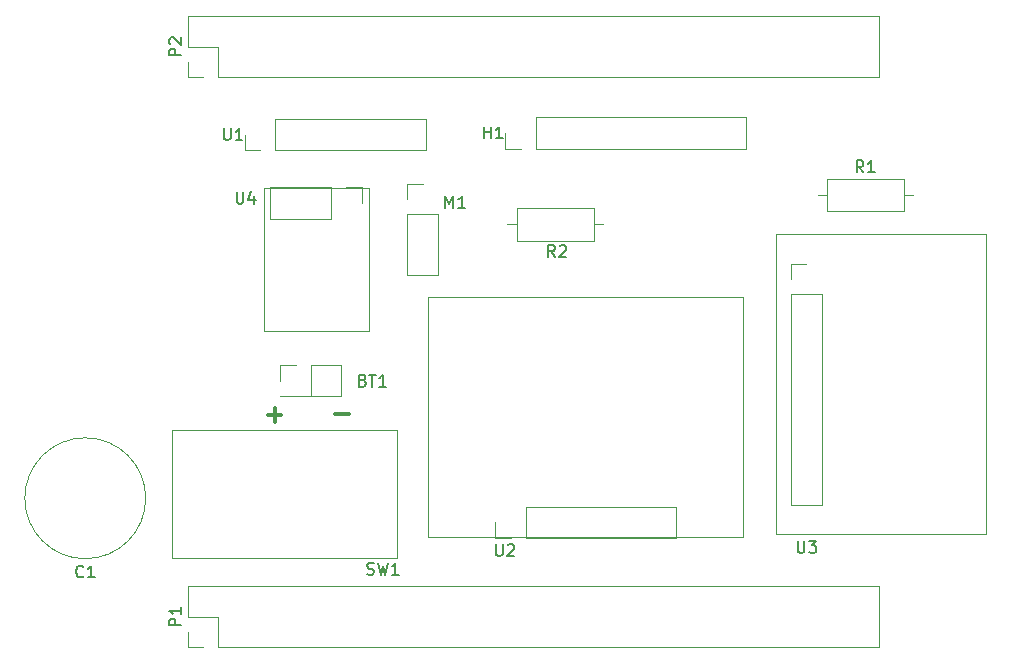
<source format=gbr>
%TF.GenerationSoftware,KiCad,Pcbnew,(6.0.9)*%
%TF.CreationDate,2022-12-18T22:03:13-05:00*%
%TF.ProjectId,cape,63617065-2e6b-4696-9361-645f70636258,rev?*%
%TF.SameCoordinates,Original*%
%TF.FileFunction,Legend,Top*%
%TF.FilePolarity,Positive*%
%FSLAX46Y46*%
G04 Gerber Fmt 4.6, Leading zero omitted, Abs format (unit mm)*
G04 Created by KiCad (PCBNEW (6.0.9)) date 2022-12-18 22:03:13*
%MOMM*%
%LPD*%
G01*
G04 APERTURE LIST*
%ADD10C,0.300000*%
%ADD11C,0.150000*%
%ADD12C,0.120000*%
%ADD13C,0.100000*%
G04 APERTURE END LIST*
D10*
X125158771Y-79736342D02*
X126301628Y-79736342D01*
X125730200Y-80307771D02*
X125730200Y-79164914D01*
X130848371Y-79685542D02*
X131991228Y-79685542D01*
D11*
%TO.C,U3*%
X170002495Y-90409980D02*
X170002495Y-91219504D01*
X170050114Y-91314742D01*
X170097733Y-91362361D01*
X170192971Y-91409980D01*
X170383447Y-91409980D01*
X170478685Y-91362361D01*
X170526304Y-91314742D01*
X170573923Y-91219504D01*
X170573923Y-90409980D01*
X170954876Y-90409980D02*
X171573923Y-90409980D01*
X171240590Y-90790933D01*
X171383447Y-90790933D01*
X171478685Y-90838552D01*
X171526304Y-90886171D01*
X171573923Y-90981409D01*
X171573923Y-91219504D01*
X171526304Y-91314742D01*
X171478685Y-91362361D01*
X171383447Y-91409980D01*
X171097733Y-91409980D01*
X171002495Y-91362361D01*
X170954876Y-91314742D01*
%TO.C,U1*%
X121418695Y-55459980D02*
X121418695Y-56269504D01*
X121466314Y-56364742D01*
X121513933Y-56412361D01*
X121609171Y-56459980D01*
X121799647Y-56459980D01*
X121894885Y-56412361D01*
X121942504Y-56364742D01*
X121990123Y-56269504D01*
X121990123Y-55459980D01*
X122990123Y-56459980D02*
X122418695Y-56459980D01*
X122704409Y-56459980D02*
X122704409Y-55459980D01*
X122609171Y-55602838D01*
X122513933Y-55698076D01*
X122418695Y-55745695D01*
%TO.C,M1*%
X140186076Y-62199980D02*
X140186076Y-61199980D01*
X140519409Y-61914266D01*
X140852742Y-61199980D01*
X140852742Y-62199980D01*
X141852742Y-62199980D02*
X141281314Y-62199980D01*
X141567028Y-62199980D02*
X141567028Y-61199980D01*
X141471790Y-61342838D01*
X141376552Y-61438076D01*
X141281314Y-61485695D01*
%TO.C,H1*%
X143466295Y-56332580D02*
X143466295Y-55332580D01*
X143466295Y-55808771D02*
X144037723Y-55808771D01*
X144037723Y-56332580D02*
X144037723Y-55332580D01*
X145037723Y-56332580D02*
X144466295Y-56332580D01*
X144752009Y-56332580D02*
X144752009Y-55332580D01*
X144656771Y-55475438D01*
X144561533Y-55570676D01*
X144466295Y-55618295D01*
%TO.C,P2*%
X117807380Y-49303095D02*
X116807380Y-49303095D01*
X116807380Y-48922142D01*
X116855000Y-48826904D01*
X116902619Y-48779285D01*
X116997857Y-48731666D01*
X117140714Y-48731666D01*
X117235952Y-48779285D01*
X117283571Y-48826904D01*
X117331190Y-48922142D01*
X117331190Y-49303095D01*
X116902619Y-48350714D02*
X116855000Y-48303095D01*
X116807380Y-48207857D01*
X116807380Y-47969761D01*
X116855000Y-47874523D01*
X116902619Y-47826904D01*
X116997857Y-47779285D01*
X117093095Y-47779285D01*
X117235952Y-47826904D01*
X117807380Y-48398333D01*
X117807380Y-47779285D01*
%TO.C,P1*%
X117807380Y-97563095D02*
X116807380Y-97563095D01*
X116807380Y-97182142D01*
X116855000Y-97086904D01*
X116902619Y-97039285D01*
X116997857Y-96991666D01*
X117140714Y-96991666D01*
X117235952Y-97039285D01*
X117283571Y-97086904D01*
X117331190Y-97182142D01*
X117331190Y-97563095D01*
X117807380Y-96039285D02*
X117807380Y-96610714D01*
X117807380Y-96325000D02*
X116807380Y-96325000D01*
X116950238Y-96420238D01*
X117045476Y-96515476D01*
X117093095Y-96610714D01*
%TO.C,U2*%
X144450095Y-90663980D02*
X144450095Y-91473504D01*
X144497714Y-91568742D01*
X144545333Y-91616361D01*
X144640571Y-91663980D01*
X144831047Y-91663980D01*
X144926285Y-91616361D01*
X144973904Y-91568742D01*
X145021523Y-91473504D01*
X145021523Y-90663980D01*
X145450095Y-90759219D02*
X145497714Y-90711600D01*
X145592952Y-90663980D01*
X145831047Y-90663980D01*
X145926285Y-90711600D01*
X145973904Y-90759219D01*
X146021523Y-90854457D01*
X146021523Y-90949695D01*
X145973904Y-91092552D01*
X145402476Y-91663980D01*
X146021523Y-91663980D01*
%TO.C,BT1*%
X133199485Y-76814571D02*
X133342342Y-76862190D01*
X133389961Y-76909809D01*
X133437580Y-77005047D01*
X133437580Y-77147904D01*
X133389961Y-77243142D01*
X133342342Y-77290761D01*
X133247104Y-77338380D01*
X132866152Y-77338380D01*
X132866152Y-76338380D01*
X133199485Y-76338380D01*
X133294723Y-76386000D01*
X133342342Y-76433619D01*
X133389961Y-76528857D01*
X133389961Y-76624095D01*
X133342342Y-76719333D01*
X133294723Y-76766952D01*
X133199485Y-76814571D01*
X132866152Y-76814571D01*
X133723295Y-76338380D02*
X134294723Y-76338380D01*
X134009009Y-77338380D02*
X134009009Y-76338380D01*
X135151866Y-77338380D02*
X134580438Y-77338380D01*
X134866152Y-77338380D02*
X134866152Y-76338380D01*
X134770914Y-76481238D01*
X134675676Y-76576476D01*
X134580438Y-76624095D01*
%TO.C,SW1*%
X133566266Y-93216561D02*
X133709123Y-93264180D01*
X133947219Y-93264180D01*
X134042457Y-93216561D01*
X134090076Y-93168942D01*
X134137695Y-93073704D01*
X134137695Y-92978466D01*
X134090076Y-92883228D01*
X134042457Y-92835609D01*
X133947219Y-92787990D01*
X133756742Y-92740371D01*
X133661504Y-92692752D01*
X133613885Y-92645133D01*
X133566266Y-92549895D01*
X133566266Y-92454657D01*
X133613885Y-92359419D01*
X133661504Y-92311800D01*
X133756742Y-92264180D01*
X133994838Y-92264180D01*
X134137695Y-92311800D01*
X134471028Y-92264180D02*
X134709123Y-93264180D01*
X134899600Y-92549895D01*
X135090076Y-93264180D01*
X135328171Y-92264180D01*
X136232933Y-93264180D02*
X135661504Y-93264180D01*
X135947219Y-93264180D02*
X135947219Y-92264180D01*
X135851980Y-92407038D01*
X135756742Y-92502276D01*
X135661504Y-92549895D01*
%TO.C,U4*%
X122504495Y-60844380D02*
X122504495Y-61653904D01*
X122552114Y-61749142D01*
X122599733Y-61796761D01*
X122694971Y-61844380D01*
X122885447Y-61844380D01*
X122980685Y-61796761D01*
X123028304Y-61749142D01*
X123075923Y-61653904D01*
X123075923Y-60844380D01*
X123980685Y-61177714D02*
X123980685Y-61844380D01*
X123742590Y-60796761D02*
X123504495Y-61511047D01*
X124123542Y-61511047D01*
%TO.C,R2*%
X149464933Y-66365580D02*
X149131600Y-65889390D01*
X148893504Y-66365580D02*
X148893504Y-65365580D01*
X149274457Y-65365580D01*
X149369695Y-65413200D01*
X149417314Y-65460819D01*
X149464933Y-65556057D01*
X149464933Y-65698914D01*
X149417314Y-65794152D01*
X149369695Y-65841771D01*
X149274457Y-65889390D01*
X148893504Y-65889390D01*
X149845885Y-65460819D02*
X149893504Y-65413200D01*
X149988742Y-65365580D01*
X150226838Y-65365580D01*
X150322076Y-65413200D01*
X150369695Y-65460819D01*
X150417314Y-65556057D01*
X150417314Y-65651295D01*
X150369695Y-65794152D01*
X149798266Y-66365580D01*
X150417314Y-66365580D01*
%TO.C,C1*%
X109525333Y-93399142D02*
X109477714Y-93446761D01*
X109334857Y-93494380D01*
X109239619Y-93494380D01*
X109096761Y-93446761D01*
X109001523Y-93351523D01*
X108953904Y-93256285D01*
X108906285Y-93065809D01*
X108906285Y-92922952D01*
X108953904Y-92732476D01*
X109001523Y-92637238D01*
X109096761Y-92542000D01*
X109239619Y-92494380D01*
X109334857Y-92494380D01*
X109477714Y-92542000D01*
X109525333Y-92589619D01*
X110477714Y-93494380D02*
X109906285Y-93494380D01*
X110192000Y-93494380D02*
X110192000Y-92494380D01*
X110096761Y-92637238D01*
X110001523Y-92732476D01*
X109906285Y-92780095D01*
%TO.C,R1*%
X175576133Y-59194980D02*
X175242800Y-58718790D01*
X175004704Y-59194980D02*
X175004704Y-58194980D01*
X175385657Y-58194980D01*
X175480895Y-58242600D01*
X175528514Y-58290219D01*
X175576133Y-58385457D01*
X175576133Y-58528314D01*
X175528514Y-58623552D01*
X175480895Y-58671171D01*
X175385657Y-58718790D01*
X175004704Y-58718790D01*
X176528514Y-59194980D02*
X175957085Y-59194980D01*
X176242800Y-59194980D02*
X176242800Y-58194980D01*
X176147561Y-58337838D01*
X176052323Y-58433076D01*
X175957085Y-58480695D01*
D12*
%TO.C,U3*%
X169409000Y-69520000D02*
X172069000Y-69520000D01*
X169409000Y-87360000D02*
X172069000Y-87360000D01*
X169409000Y-69520000D02*
X169409000Y-87360000D01*
X169409000Y-68250000D02*
X169409000Y-66920000D01*
X172069000Y-69520000D02*
X172069000Y-87360000D01*
X169409000Y-66920000D02*
X170739000Y-66920000D01*
D13*
X168199000Y-64440000D02*
X185979000Y-64440000D01*
X185979000Y-64440000D02*
X185979000Y-89840000D01*
X185979000Y-89840000D02*
X168199000Y-89840000D01*
X168199000Y-89840000D02*
X168199000Y-64440000D01*
D12*
%TO.C,U1*%
X125780600Y-57337600D02*
X138540600Y-57337600D01*
X124510600Y-57337600D02*
X123180600Y-57337600D01*
X123180600Y-57337600D02*
X123180600Y-56007600D01*
X125780600Y-57337600D02*
X125780600Y-54677600D01*
X138540600Y-57337600D02*
X138540600Y-54677600D01*
X125780600Y-54677600D02*
X138540600Y-54677600D01*
%TO.C,M1*%
X136922400Y-67903600D02*
X139582400Y-67903600D01*
X136922400Y-62763600D02*
X136922400Y-67903600D01*
X136922400Y-61493600D02*
X136922400Y-60163600D01*
X139582400Y-62763600D02*
X139582400Y-67903600D01*
X136922400Y-60163600D02*
X138252400Y-60163600D01*
X136922400Y-62763600D02*
X139582400Y-62763600D01*
%TO.C,H1*%
X147828200Y-57210200D02*
X147828200Y-54550200D01*
X165668200Y-57210200D02*
X165668200Y-54550200D01*
X147828200Y-57210200D02*
X165668200Y-57210200D01*
X146558200Y-57210200D02*
X145228200Y-57210200D01*
X147828200Y-54550200D02*
X165668200Y-54550200D01*
X145228200Y-57210200D02*
X145228200Y-55880200D01*
%TO.C,P2*%
X120955000Y-51165000D02*
X176895000Y-51165000D01*
X120955000Y-51165000D02*
X120955000Y-48565000D01*
X120955000Y-48565000D02*
X118355000Y-48565000D01*
X176895000Y-51165000D02*
X176895000Y-45965000D01*
X118355000Y-45965000D02*
X176895000Y-45965000D01*
X118355000Y-51165000D02*
X118355000Y-49835000D01*
X118355000Y-48565000D02*
X118355000Y-45965000D01*
X119685000Y-51165000D02*
X118355000Y-51165000D01*
%TO.C,P1*%
X176895000Y-99425000D02*
X176895000Y-94225000D01*
X118355000Y-99425000D02*
X118355000Y-98095000D01*
X118355000Y-96825000D02*
X118355000Y-94225000D01*
X118355000Y-94225000D02*
X176895000Y-94225000D01*
X120955000Y-99425000D02*
X120955000Y-96825000D01*
X120955000Y-96825000D02*
X118355000Y-96825000D01*
X120955000Y-99425000D02*
X176895000Y-99425000D01*
X119685000Y-99425000D02*
X118355000Y-99425000D01*
D13*
%TO.C,U2*%
X138735000Y-90094000D02*
X165405000Y-90094000D01*
X165405000Y-90094000D02*
X165405000Y-69774000D01*
X165405000Y-69774000D02*
X138735000Y-69774000D01*
X138735000Y-69774000D02*
X138735000Y-90094000D01*
D12*
X146990000Y-87494000D02*
X159750000Y-87494000D01*
X159750000Y-90154000D02*
X159750000Y-87494000D01*
X146990000Y-90154000D02*
X146990000Y-87494000D01*
X144390000Y-90154000D02*
X144390000Y-88824000D01*
X145720000Y-90154000D02*
X144390000Y-90154000D01*
X146990000Y-90154000D02*
X159750000Y-90154000D01*
%TO.C,BT1*%
X126173200Y-75505200D02*
X127503200Y-75505200D01*
X126173200Y-78105200D02*
X126173200Y-78165200D01*
X131373200Y-75505200D02*
X131373200Y-78165200D01*
X128773200Y-78105200D02*
X128773200Y-75505200D01*
X126173200Y-78165200D02*
X131373200Y-78165200D01*
X126173200Y-76835200D02*
X126173200Y-75505200D01*
X126173200Y-78105200D02*
X128773200Y-78105200D01*
X128773200Y-75505200D02*
X131373200Y-75505200D01*
%TO.C,SW1*%
X136118400Y-91831400D02*
X117018400Y-91831400D01*
X117018400Y-91831400D02*
X117018400Y-81041400D01*
X117018400Y-81041400D02*
X136118400Y-81041400D01*
X136118400Y-81041400D02*
X136118400Y-91831400D01*
D13*
%TO.C,U4*%
X133685400Y-60528400D02*
X124785400Y-60528400D01*
X124785400Y-60528400D02*
X124785400Y-72628400D01*
X124785400Y-72628400D02*
X133685400Y-72628400D01*
X133685400Y-72628400D02*
X133685400Y-60528400D01*
D12*
X130505400Y-60468400D02*
X130505400Y-63128400D01*
X133105400Y-60468400D02*
X133105400Y-61798400D01*
X130505400Y-63128400D02*
X125365400Y-63128400D01*
X131775400Y-60468400D02*
X133105400Y-60468400D01*
X130505400Y-60468400D02*
X125365400Y-60468400D01*
X125365400Y-60468400D02*
X125365400Y-63128400D01*
%TO.C,R2*%
X146209200Y-62231800D02*
X146209200Y-64971800D01*
X145439200Y-63601800D02*
X146209200Y-63601800D01*
X152749200Y-62231800D02*
X146209200Y-62231800D01*
X152749200Y-64971800D02*
X152749200Y-62231800D01*
X153519200Y-63601800D02*
X152749200Y-63601800D01*
X146209200Y-64971800D02*
X152749200Y-64971800D01*
%TO.C,C1*%
X114812000Y-86792000D02*
G75*
G03*
X114812000Y-86792000I-5120000J0D01*
G01*
%TO.C,R1*%
X172472800Y-62482600D02*
X179012800Y-62482600D01*
X179782800Y-61112600D02*
X179012800Y-61112600D01*
X171702800Y-61112600D02*
X172472800Y-61112600D01*
X179012800Y-59742600D02*
X172472800Y-59742600D01*
X179012800Y-62482600D02*
X179012800Y-59742600D01*
X172472800Y-59742600D02*
X172472800Y-62482600D01*
%TD*%
M02*

</source>
